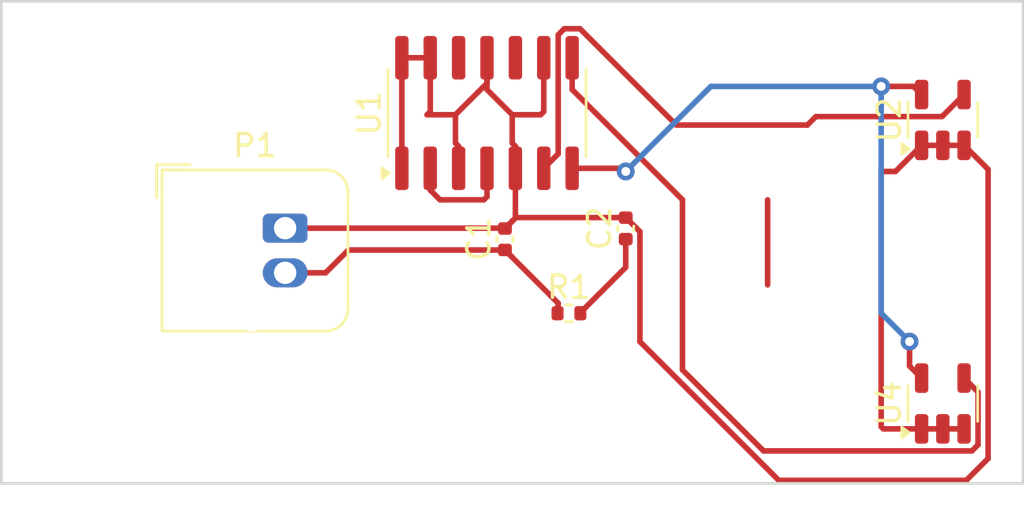
<source format=kicad_pcb>
(kicad_pcb (version 20240108) (generator "pcbnew") (generator_version "8.0")
  (layers (0 "F.Cu" signal) (31 "B.Cu" signal) (34 "B.Paste" user) (35 "F.Paste" user) (36 "B.SilkS" user "B.Silkscreen") (37 "F.SilkS" user "F.Silkscreen") (38 "B.Mask" user) (39 "F.Mask" user) (44 "Edge.Cuts" user))
  (net 0 "")
  (net 1 "VCC")
  (net 2 "GND")
  (net 3 "Net-(C2-Pad1)")
  (net 4 "Net-(U1-Pad6)")
  (net 5 "Net-(U1-Pad2)")
  (net 7 "Net-(U1-Pad8)")
  (footprint "Capacitor_SMD:C_0402_1005Metric" (layer "F.Cu") (at 164.775001 80.505001 90)
    (property "Reference" "C1" (at 0 -1.17 90) (layer "F.SilkS"))
    (property "Value" "C")
    (fp_line (start -0.107836 -0.36) (end 0.107836 -0.36) (stroke (width 0.12)) (layer "F.SilkS"))
    (fp_line (start -0.107836 0.36) (end 0.107836 0.36) (stroke (width 0.12)) (layer "F.SilkS"))
    (pad "1" smd roundrect (at -0.48 0 90) (size 0.56 0.62) (layers "F.Cu" "F.Paste" "F.Mask") (net 1 "VCC"))
    (pad "2" smd roundrect (at 0.48 0 90) (size 0.56 0.62) (layers "F.Cu" "F.Paste" "F.Mask") (net 2 "GND"))
  )
  (footprint "Capacitor_SMD:C_0402_1005Metric" (layer "F.Cu") (at 170.18 80.020001 90)
    (property "Reference" "C2" (at 0 -1.17 90) (layer "F.SilkS"))
    (property "Value" "C")
    (fp_line (start -0.107836 -0.36) (end 0.107836 -0.36) (stroke (width 0.12)) (layer "F.SilkS"))
    (fp_line (start -0.107836 0.36) (end 0.107836 0.36) (stroke (width 0.12)) (layer "F.SilkS"))
    (pad "1" smd roundrect (at -0.48 0 90) (size 0.56 0.62) (layers "F.Cu" "F.Paste" "F.Mask") (net 3 "Net-(C2-Pad1)"))
    (pad "2" smd roundrect (at 0.48 0 90) (size 0.56 0.62) (layers "F.Cu" "F.Paste" "F.Mask") (net 2 "GND"))
  )
  (footprint "Connector_JST:JST_JWPF_B02B-JWPF-SK-R_1x02_P2.00mm_Vertical" (layer "F.Cu") (at 154.94 80.01)
    (property "Reference" "P1" (at -1.35 -3.7 0) (layer "F.SilkS"))
    (property "Value" "CONN_01X02")
    (fp_line (start -5.75 -2.85) (end -4.25 -2.85) (stroke (width 0.12)) (layer "F.SilkS"))
    (fp_line (start -5.75 -1.35) (end -5.75 -2.85) (stroke (width 0.12)) (layer "F.SilkS"))
    (fp_line (start -5.51 -2.61) (end -5.51 4.61) (stroke (width 0.12)) (layer "F.SilkS"))
    (fp_line (start -5.51 4.61) (end 1.81 4.61) (stroke (width 0.12)) (layer "F.SilkS"))
    (fp_line (start 1.81 -2.61) (end -5.51 -2.61) (stroke (width 0.12)) (layer "F.SilkS"))
    (fp_line (start 2.81 -1.61) (end 2.81 3.61) (stroke (width 0.12)) (layer "F.SilkS"))
    (fp_arc (start 1.81 -2.61) (mid 2.517107 -2.317107) (end 2.81 -1.61) (stroke (width 0.12)) (layer "F.SilkS"))
    (fp_arc (start 2.81 3.61) (mid 2.517107 4.317107) (end 1.81 4.61) (stroke (width 0.12)) (layer "F.SilkS"))
    (pad "" np_thru_hole circle (at -1.5 4.05) (size 1.15 1.15) (drill 1.15) (layers "*.Cu" "*.Mask"))
    (pad "1" thru_hole roundrect (at 0 0) (size 2 1.3) (drill 1) (layers "*.Cu" "*.Mask") (roundrect_rratio 0.192308) (net 2 "GND"))
    (pad "2" thru_hole oval (at 0 2) (size 2 1.3) (drill 1) (layers "*.Cu" "*.Mask") (net 1 "VCC"))
  )
  (footprint "Resistor_SMD:R_0402_1005Metric" (layer "F.Cu") (at 167.64 83.82)
    (property "Reference" "R1" (at 0 -1.17 0) (layer "F.SilkS"))
    (property "Value" "R")
    (fp_line (start -0.153641 -0.38) (end 0.153641 -0.38) (stroke (width 0.12)) (layer "F.SilkS"))
    (fp_line (start -0.153641 0.38) (end 0.153641 0.38) (stroke (width 0.12)) (layer "F.SilkS"))
    (pad "1" smd roundrect (at -0.51 0) (size 0.54 0.64) (layers "F.Cu" "F.Paste" "F.Mask") (net 1 "VCC"))
    (pad "2" smd roundrect (at 0.51 0) (size 0.54 0.64) (layers "F.Cu" "F.Paste" "F.Mask") (net 3 "Net-(C2-Pad1)"))
  )
  (footprint "Package_TO_SOT_SMD:SOT-23-5" (layer "F.Cu") (at 184.37 75.1625 90)
    (property "Reference" "U2" (at 0 -2.4 270) (layer "F.SilkS"))
    (property "Value" "74AHC1G126")
    (fp_line (start 0 -1.56) (end 0.8 -1.56) (stroke (width 0.12)) (layer "F.SilkS"))
    (fp_line (start 0 -1.56) (end -0.8 -1.56) (stroke (width 0.12)) (layer "F.SilkS"))
    (fp_line (start 0 1.56) (end 0.8 1.56) (stroke (width 0.12)) (layer "F.SilkS"))
    (fp_line (start 0 1.56) (end -0.8 1.56) (stroke (width 0.12)) (layer "F.SilkS"))
    (fp_poly (pts (xy -1.3 -1.51) (xy -1.54 -1.84) (xy -1.06 -1.84) (xy -1.3 -1.51)) (stroke (width 0.12)) (fill solid) (layer "F.SilkS"))
    (pad "1" smd roundrect (at -1.1375 -0.95 90) (size 1.325 0.6) (layers "F.Cu" "F.Paste" "F.Mask") (net 2 "GND"))
    (pad "2" smd roundrect (at -1.1375 0 90) (size 1.325 0.6) (layers "F.Cu" "F.Paste" "F.Mask") (net 2 "GND"))
    (pad "3" smd roundrect (at -1.1375 0.95 90) (size 1.325 0.6) (layers "F.Cu" "F.Paste" "F.Mask") (net 2 "GND"))
    (pad "4" smd roundrect (at 1.1375 0.95 90) (size 1.325 0.6) (layers "F.Cu" "F.Paste" "F.Mask") (net 4 "Net-(U1-Pad6)"))
    (pad "5" smd roundrect (at 1.1375 -0.95 90) (size 1.325 0.6) (layers "F.Cu" "F.Paste" "F.Mask") (net 1 "VCC"))
  )
  (footprint "Package_TO_SOT_SMD:SOT-23-5" (layer "F.Cu") (at 184.37 87.8625 90)
    (property "Reference" "U4" (at 0 -2.4 270) (layer "F.SilkS"))
    (property "Value" "74AHC1G126")
    (fp_line (start 0 -1.56) (end 0.8 -1.56) (stroke (width 0.12)) (layer "F.SilkS"))
    (fp_line (start 0 -1.56) (end -0.8 -1.56) (stroke (width 0.12)) (layer "F.SilkS"))
    (fp_line (start 0 1.56) (end 0.8 1.56) (stroke (width 0.12)) (layer "F.SilkS"))
    (fp_line (start 0 1.56) (end -0.8 1.56) (stroke (width 0.12)) (layer "F.SilkS"))
    (fp_poly (pts (xy -1.3 -1.51) (xy -1.54 -1.84) (xy -1.06 -1.84) (xy -1.3 -1.51)) (stroke (width 0.12)) (fill solid) (layer "F.SilkS"))
    (pad "1" smd roundrect (at -1.1375 -0.95 90) (size 1.325 0.6) (layers "F.Cu" "F.Paste" "F.Mask") (net 2 "GND"))
    (pad "2" smd roundrect (at -1.1375 0 90) (size 1.325 0.6) (layers "F.Cu" "F.Paste" "F.Mask") (net 2 "GND"))
    (pad "3" smd roundrect (at -1.1375 0.95 90) (size 1.325 0.6) (layers "F.Cu" "F.Paste" "F.Mask") (net 2 "GND"))
    (pad "4" smd roundrect (at 1.1375 0.95 90) (size 1.325 0.6) (layers "F.Cu" "F.Paste" "F.Mask") (net 7 "Net-(U1-Pad8)"))
    (pad "5" smd roundrect (at 1.1375 -0.95 90) (size 1.325 0.6) (layers "F.Cu" "F.Paste" "F.Mask") (net 1 "VCC"))
  )
  (footprint "Package_SO:SOIC-14_3.9x8.7mm_P1.27mm" (layer "F.Cu") (at 163.9725 74.8525 90)
    (property "Reference" "U1" (at 0 -5.28 270) (layer "F.SilkS"))
    (property "Value" "74LS04")
    (fp_line (start 0 -4.435) (end 1.95 -4.435) (stroke (width 0.12)) (layer "F.SilkS"))
    (fp_line (start 0 -4.435) (end -1.95 -4.435) (stroke (width 0.12)) (layer "F.SilkS"))
    (fp_line (start 0 4.435) (end 1.95 4.435) (stroke (width 0.12)) (layer "F.SilkS"))
    (fp_line (start 0 4.435) (end -1.95 4.435) (stroke (width 0.12)) (layer "F.SilkS"))
    (fp_poly (pts (xy -2.7 -4.37) (xy -2.94 -4.7) (xy -2.46 -4.7) (xy -2.7 -4.37)) (stroke (width 0.12)) (fill solid) (layer "F.SilkS"))
    (pad "1" smd roundrect (at -2.475 -3.81 90) (size 1.95 0.6) (layers "F.Cu" "F.Paste" "F.Mask") (net 2 "GND"))
    (pad "2" smd roundrect (at -2.475 -2.54 90) (size 1.95 0.6) (layers "F.Cu" "F.Paste" "F.Mask") (net 5 "Net-(U1-Pad2)"))
    (pad "3" smd roundrect (at -2.475 -1.27 90) (size 1.95 0.6) (layers "F.Cu" "F.Paste" "F.Mask") (net 2 "GND"))
    (pad "4" smd roundrect (at -2.475 0 90) (size 1.95 0.6) (layers "F.Cu" "F.Paste" "F.Mask") (net 5 "Net-(U1-Pad2)"))
    (pad "5" smd roundrect (at -2.475 1.27 90) (size 1.95 0.6) (layers "F.Cu" "F.Paste" "F.Mask") (net 2 "GND"))
    (pad "6" smd roundrect (at -2.475 2.54 90) (size 1.95 0.6) (layers "F.Cu" "F.Paste" "F.Mask") (net 4 "Net-(U1-Pad6)"))
    (pad "7" smd roundrect (at -2.475 3.81 90) (size 1.95 0.6) (layers "F.Cu" "F.Paste" "F.Mask") (net 1 "VCC"))
    (pad "8" smd roundrect (at 2.475 3.81 90) (size 1.95 0.6) (layers "F.Cu" "F.Paste" "F.Mask") (net 7 "Net-(U1-Pad8)"))
    (pad "9" smd roundrect (at 2.475 2.54 90) (size 1.95 0.6) (layers "F.Cu" "F.Paste" "F.Mask") (net 2 "GND"))
    (pad "10" smd roundrect (at 2.475 1.27 90) (size 1.95 0.6) (layers "F.Cu" "F.Paste" "F.Mask"))
    (pad "11" smd roundrect (at 2.475 0 90) (size 1.95 0.6) (layers "F.Cu" "F.Paste" "F.Mask") (net 2 "GND"))
    (pad "12" smd roundrect (at 2.475 -1.27 90) (size 1.95 0.6) (layers "F.Cu" "F.Paste" "F.Mask"))
    (pad "13" smd roundrect (at 2.475 -2.54 90) (size 1.95 0.6) (layers "F.Cu" "F.Paste" "F.Mask") (net 2 "GND"))
    (pad "14" smd roundrect (at 2.475 -3.81 90) (size 1.95 0.6) (layers "F.Cu" "F.Paste" "F.Mask") (net 2 "GND"))
  )
  (gr_line (start 187.96 69.85) (end 142.24 69.85) (stroke (width 0.12)) (layer "Edge.Cuts"))
  (gr_line (start 142.24 69.85) (end 142.24 91.44) (stroke (width 0.12)) (layer "Edge.Cuts"))
  (gr_line (start 187.96 91.44) (end 187.96 69.85) (stroke (width 0.12)) (layer "Edge.Cuts"))
  (gr_line (start 142.24 91.44) (end 187.96 91.44) (stroke (width 0.12)) (layer "Edge.Cuts"))
  (segment (start 176.53 78.74) (end 176.53 82.55) (width 0.25) (layer "F.Cu") (net 0))
  (segment (start 167.155 83.37) (end 165.1 81.315) (width 0.25) (layer "F.Cu") (net 1))
  (segment (start 167.155 83.82) (end 167.155 83.37) (width 0.25) (layer "F.Cu") (net 1))
  (segment (start 182.88 85.09) (end 182.88 86.185) (width 0.25) (layer "F.Cu") (net 1))
  (segment (start 157.769999 80.990001) (end 156.75 82.01) (width 0.25) (layer "F.Cu") (net 1))
  (segment (start 183.055 73.66) (end 183.42 74.025) (width 0.25) (layer "F.Cu") (net 1))
  (segment (start 181.61 73.66) (end 183.055 73.66) (width 0.25) (layer "F.Cu") (net 1))
  (segment (start 156.75 82.01) (end 154.94 82.01) (width 0.25) (layer "F.Cu") (net 1))
  (segment (start 182.88 86.185) (end 183.42 86.725) (width 0.25) (layer "F.Cu") (net 1))
  (segment (start 165.1 81.31) (end 164.775001 80.985001) (width 0.25) (layer "F.Cu") (net 1))
  (segment (start 170.0375 77.3275) (end 170.18 77.47) (width 0.25) (layer "F.Cu") (net 1))
  (segment (start 164.775001 80.990001) (end 157.769999 80.990001) (width 0.25) (layer "F.Cu") (net 1))
  (segment (start 167.7825 77.3275) (end 170.0375 77.3275) (width 0.25) (layer "F.Cu") (net 1))
  (segment (start 165.1 81.315) (end 164.775001 80.990001) (width 0.25) (layer "F.Cu") (net 1))
  (via (at 182.88 85.09) (size 0.8) (drill 0.4) (layers "F.Cu" "B.Cu") (net 1))
  (via (at 181.61 73.66) (size 0.8) (drill 0.4) (layers "F.Cu" "B.Cu") (net 1))
  (via (at 170.18 77.47) (size 0.8) (drill 0.4) (layers "F.Cu" "B.Cu") (net 1))
  (segment (start 173.99 73.66) (end 181.61 73.66) (width 0.25) (layer "B.Cu") (net 1))
  (segment (start 181.61 83.82) (end 182.88 85.09) (width 0.25) (layer "B.Cu") (net 1))
  (segment (start 181.61 73.66) (end 181.61 83.82) (width 0.25) (layer "B.Cu") (net 1))
  (segment (start 170.18 77.47) (end 173.99 73.66) (width 0.25) (layer "B.Cu") (net 1))
  (segment (start 183.42 89) (end 181.71 89) (width 0.25) (layer "F.Cu") (net 2))
  (segment (start 161.4325 72.3775) (end 161.4325 74.7875) (width 0.25) (layer "F.Cu") (net 2))
  (segment (start 170.815 85.091396) (end 170.815 80.163511) (width 0.25) (layer "F.Cu") (net 2))
  (segment (start 164.775001 80.020001) (end 165.260001 79.535001) (width 0.25) (layer "F.Cu") (net 2))
  (segment (start 185.32 76.3) (end 186.395 77.375) (width 0.25) (layer "F.Cu") (net 2))
  (segment (start 164.765 80.01) (end 164.775001 80.020001) (width 0.25) (layer "F.Cu") (net 2))
  (segment (start 165.260001 79.535001) (end 170.18 79.535001) (width 0.25) (layer "F.Cu") (net 2))
  (segment (start 166.5125 74.7875) (end 166.5125 72.3775) (width 0.25) (layer "F.Cu") (net 2))
  (segment (start 183.42 76.3) (end 184.37 76.3) (width 0.25) (layer "F.Cu") (net 2))
  (segment (start 183.42 89) (end 184.37 89) (width 0.25) (layer "F.Cu") (net 2))
  (segment (start 162.56 76.2) (end 162.7025 76.3425) (width 0.25) (layer "F.Cu") (net 2))
  (segment (start 186.395 77.375) (end 186.395 90.33) (width 0.25) (layer "F.Cu") (net 2))
  (segment (start 177.028604 91.305) (end 170.815 85.091396) (width 0.25) (layer "F.Cu") (net 2))
  (segment (start 165.2425 76.3425) (end 165.2425 77.3275) (width 0.25) (layer "F.Cu") (net 2))
  (segment (start 170.815 80.163511) (end 170.19149 79.540001) (width 0.25) (layer "F.Cu") (net 2))
  (segment (start 182.25 77.47) (end 183.42 76.3) (width 0.25) (layer "F.Cu") (net 2))
  (segment (start 162.56 74.93) (end 162.56 76.2) (width 0.25) (layer "F.Cu") (net 2))
  (segment (start 160.1625 77.3275) (end 160.1625 72.3775) (width 0.25) (layer "F.Cu") (net 2))
  (segment (start 162.56 74.93) (end 163.9725 73.5175) (width 0.25) (layer "F.Cu") (net 2))
  (segment (start 165.2425 77.3275) (end 165.2425 79.557502) (width 0.25) (layer "F.Cu") (net 2))
  (segment (start 162.7025 76.3425) (end 162.7025 77.3275) (width 0.25) (layer "F.Cu") (net 2))
  (segment (start 161.29 74.93) (end 162.56 74.93) (width 0.25) (layer "F.Cu") (net 2))
  (segment (start 186.395 90.33) (end 185.42 91.305) (width 0.25) (layer "F.Cu") (net 2))
  (segment (start 181.61 77.47) (end 182.25 77.47) (width 0.25) (layer "F.Cu") (net 2))
  (segment (start 154.94 80.01) (end 164.765 80.01) (width 0.25) (layer "F.Cu") (net 2))
  (segment (start 165.1 76.2) (end 165.2425 76.3425) (width 0.25) (layer "F.Cu") (net 2))
  (segment (start 165.2425 79.557502) (end 164.775001 80.025001) (width 0.25) (layer "F.Cu") (net 2))
  (segment (start 165.1 74.93) (end 166.37 74.93) (width 0.25) (layer "F.Cu") (net 2))
  (segment (start 181.71 89) (end 181.61 88.9) (width 0.25) (layer "F.Cu") (net 2))
  (segment (start 160.1625 72.3775) (end 161.4325 72.3775) (width 0.25) (layer "F.Cu") (net 2))
  (segment (start 165.1 74.93) (end 165.1 76.2) (width 0.25) (layer "F.Cu") (net 2))
  (segment (start 184.37 76.3) (end 185.32 76.3) (width 0.25) (layer "F.Cu") (net 2))
  (segment (start 163.9725 73.5175) (end 163.9725 72.3775) (width 0.25) (layer "F.Cu") (net 2))
  (segment (start 170.19149 79.540001) (end 170.18 79.540001) (width 0.25) (layer "F.Cu") (net 2))
  (segment (start 166.37 74.93) (end 166.5125 74.7875) (width 0.25) (layer "F.Cu") (net 2))
  (segment (start 163.9725 73.8025) (end 165.1 74.93) (width 0.25) (layer "F.Cu") (net 2))
  (segment (start 185.42 91.305) (end 177.028604 91.305) (width 0.25) (layer "F.Cu") (net 2))
  (segment (start 161.4325 74.7875) (end 161.29 74.93) (width 0.25) (layer "F.Cu") (net 2))
  (segment (start 181.61 88.9) (end 181.61 77.47) (width 0.25) (layer "F.Cu") (net 2))
  (segment (start 184.37 89) (end 185.32 89) (width 0.25) (layer "F.Cu") (net 2))
  (segment (start 163.9725 72.3775) (end 163.9725 73.8025) (width 0.25) (layer "F.Cu") (net 2))
  (segment (start 170.18 81.765) (end 168.125 83.82) (width 0.25) (layer "F.Cu") (net 3))
  (segment (start 170.18 80.505001) (end 170.18 81.765) (width 0.25) (layer "F.Cu") (net 3))
  (segment (start 185.32 74.025) (end 184.3325 75.0125) (width 0.25) (layer "F.Cu") (net 4))
  (segment (start 168.133408 71.0775) (end 167.431592 71.0775) (width 0.25) (layer "F.Cu") (net 4))
  (segment (start 172.445907 75.389999) (end 168.133408 71.0775) (width 0.25) (layer "F.Cu") (net 4))
  (segment (start 167.431592 71.0775) (end 167.1575 71.351592) (width 0.25) (layer "F.Cu") (net 4))
  (segment (start 167.1575 76.6825) (end 166.5125 77.3275) (width 0.25) (layer "F.Cu") (net 4))
  (segment (start 167.1575 71.351592) (end 167.1575 76.6825) (width 0.25) (layer "F.Cu") (net 4))
  (segment (start 178.6875 75.0125) (end 178.310001 75.389999) (width 0.25) (layer "F.Cu") (net 4))
  (segment (start 178.310001 75.389999) (end 172.445907 75.389999) (width 0.25) (layer "F.Cu") (net 4))
  (segment (start 184.3325 75.0125) (end 178.6875 75.0125) (width 0.25) (layer "F.Cu") (net 4))
  (segment (start 161.4325 77.3275) (end 161.4325 78.302499) (width 0.25) (layer "F.Cu") (net 5))
  (segment (start 161.870001 78.74) (end 163.83 78.74) (width 0.25) (layer "F.Cu") (net 5))
  (segment (start 163.9725 78.5975) (end 163.9725 77.3275) (width 0.25) (layer "F.Cu") (net 5))
  (segment (start 161.4325 78.302499) (end 161.870001 78.74) (width 0.25) (layer "F.Cu") (net 5))
  (segment (start 163.83 78.74) (end 163.9725 78.5975) (width 0.25) (layer "F.Cu") (net 5))
  (segment (start 172.72 86.36) (end 176.3475 89.9875) (width 0.25) (layer "F.Cu") (net 7))
  (segment (start 167.7825 72.3775) (end 167.7825 73.8025) (width 0.25) (layer "F.Cu") (net 7))
  (segment (start 185.945 89.713408) (end 185.945 87.35) (width 0.25) (layer "F.Cu") (net 7))
  (segment (start 172.72 78.74) (end 172.72 86.36) (width 0.25) (layer "F.Cu") (net 7))
  (segment (start 167.7825 73.8025) (end 172.72 78.74) (width 0.25) (layer "F.Cu") (net 7))
  (segment (start 185.670908 89.9875) (end 185.945 89.713408) (width 0.25) (layer "F.Cu") (net 7))
  (segment (start 185.945 87.35) (end 185.32 86.725) (width 0.25) (layer "F.Cu") (net 7))
  (segment (start 176.3475 89.9875) (end 185.670908 89.9875) (width 0.25) (layer "F.Cu") (net 7))
)
</source>
